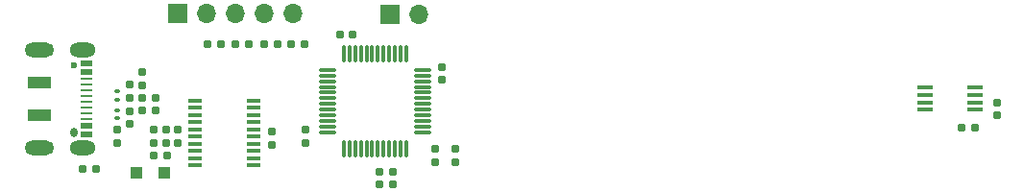
<source format=gbr>
%TF.GenerationSoftware,KiCad,Pcbnew,(6.0.1)*%
%TF.CreationDate,2022-11-23T23:22:51+01:00*%
%TF.ProjectId,usb-magnetometer,7573622d-6d61-4676-9e65-746f6d657465,rev?*%
%TF.SameCoordinates,Original*%
%TF.FileFunction,Soldermask,Top*%
%TF.FilePolarity,Negative*%
%FSLAX46Y46*%
G04 Gerber Fmt 4.6, Leading zero omitted, Abs format (unit mm)*
G04 Created by KiCad (PCBNEW (6.0.1)) date 2022-11-23 23:22:51*
%MOMM*%
%LPD*%
G01*
G04 APERTURE LIST*
G04 Aperture macros list*
%AMRoundRect*
0 Rectangle with rounded corners*
0 $1 Rounding radius*
0 $2 $3 $4 $5 $6 $7 $8 $9 X,Y pos of 4 corners*
0 Add a 4 corners polygon primitive as box body*
4,1,4,$2,$3,$4,$5,$6,$7,$8,$9,$2,$3,0*
0 Add four circle primitives for the rounded corners*
1,1,$1+$1,$2,$3*
1,1,$1+$1,$4,$5*
1,1,$1+$1,$6,$7*
1,1,$1+$1,$8,$9*
0 Add four rect primitives between the rounded corners*
20,1,$1+$1,$2,$3,$4,$5,0*
20,1,$1+$1,$4,$5,$6,$7,0*
20,1,$1+$1,$6,$7,$8,$9,0*
20,1,$1+$1,$8,$9,$2,$3,0*%
G04 Aperture macros list end*
%ADD10RoundRect,0.155000X-0.155000X0.212500X-0.155000X-0.212500X0.155000X-0.212500X0.155000X0.212500X0*%
%ADD11RoundRect,0.160000X-0.160000X0.197500X-0.160000X-0.197500X0.160000X-0.197500X0.160000X0.197500X0*%
%ADD12RoundRect,0.050000X0.200000X-0.100000X0.200000X0.100000X-0.200000X0.100000X-0.200000X-0.100000X0*%
%ADD13RoundRect,0.160000X-0.197500X-0.160000X0.197500X-0.160000X0.197500X0.160000X-0.197500X0.160000X0*%
%ADD14RoundRect,0.075000X0.075000X-0.662500X0.075000X0.662500X-0.075000X0.662500X-0.075000X-0.662500X0*%
%ADD15RoundRect,0.075000X0.662500X-0.075000X0.662500X0.075000X-0.662500X0.075000X-0.662500X-0.075000X0*%
%ADD16RoundRect,0.155000X0.155000X-0.212500X0.155000X0.212500X-0.155000X0.212500X-0.155000X-0.212500X0*%
%ADD17R,1.000000X1.000000*%
%ADD18O,0.600000X0.850000*%
%ADD19C,0.600000*%
%ADD20R,2.000000X1.000000*%
%ADD21R,1.000000X0.520000*%
%ADD22R,1.000000X0.270000*%
%ADD23O,2.600000X1.300000*%
%ADD24O,2.300000X1.300000*%
%ADD25RoundRect,0.155000X0.212500X0.155000X-0.212500X0.155000X-0.212500X-0.155000X0.212500X-0.155000X0*%
%ADD26RoundRect,0.160000X0.197500X0.160000X-0.197500X0.160000X-0.197500X-0.160000X0.197500X-0.160000X0*%
%ADD27RoundRect,0.155000X-0.212500X-0.155000X0.212500X-0.155000X0.212500X0.155000X-0.212500X0.155000X0*%
%ADD28R,1.450000X0.450000*%
%ADD29RoundRect,0.050000X-0.200000X0.100000X-0.200000X-0.100000X0.200000X-0.100000X0.200000X0.100000X0*%
%ADD30R,1.200000X0.400000*%
%ADD31RoundRect,0.160000X0.160000X-0.197500X0.160000X0.197500X-0.160000X0.197500X-0.160000X-0.197500X0*%
%ADD32R,1.700000X1.700000*%
%ADD33O,1.700000X1.700000*%
G04 APERTURE END LIST*
D10*
%TO.C,C7*%
X85600000Y-140282500D03*
X85600000Y-141417500D03*
%TD*%
D11*
%TO.C,R8*%
X85000000Y-147502500D03*
X85000000Y-148697500D03*
%TD*%
D12*
%TO.C,D2*%
X57000000Y-143150000D03*
X57000000Y-142450000D03*
%TD*%
D13*
%TO.C,R3*%
X59202500Y-144100000D03*
X60397500Y-144100000D03*
%TD*%
D14*
%TO.C,U3*%
X76950000Y-147462500D03*
X77450000Y-147462500D03*
X77950000Y-147462500D03*
X78450000Y-147462500D03*
X78950000Y-147462500D03*
X79450000Y-147462500D03*
X79950000Y-147462500D03*
X80450000Y-147462500D03*
X80950000Y-147462500D03*
X81450000Y-147462500D03*
X81950000Y-147462500D03*
X82450000Y-147462500D03*
D15*
X83862500Y-146050000D03*
X83862500Y-145550000D03*
X83862500Y-145050000D03*
X83862500Y-144550000D03*
X83862500Y-144050000D03*
X83862500Y-143550000D03*
X83862500Y-143050000D03*
X83862500Y-142550000D03*
X83862500Y-142050000D03*
X83862500Y-141550000D03*
X83862500Y-141050000D03*
X83862500Y-140550000D03*
D14*
X82450000Y-139137500D03*
X81950000Y-139137500D03*
X81450000Y-139137500D03*
X80950000Y-139137500D03*
X80450000Y-139137500D03*
X79950000Y-139137500D03*
X79450000Y-139137500D03*
X78950000Y-139137500D03*
X78450000Y-139137500D03*
X77950000Y-139137500D03*
X77450000Y-139137500D03*
X76950000Y-139137500D03*
D15*
X75537500Y-140550000D03*
X75537500Y-141050000D03*
X75537500Y-141550000D03*
X75537500Y-142050000D03*
X75537500Y-142550000D03*
X75537500Y-143050000D03*
X75537500Y-143550000D03*
X75537500Y-144050000D03*
X75537500Y-144550000D03*
X75537500Y-145050000D03*
X75537500Y-145550000D03*
X75537500Y-146050000D03*
%TD*%
D16*
%TO.C,C3*%
X58100000Y-143000000D03*
X58100000Y-141865000D03*
%TD*%
D11*
%TO.C,R2*%
X57000000Y-145802500D03*
X57000000Y-146997500D03*
%TD*%
D10*
%TO.C,C5*%
X62300000Y-145832500D03*
X62300000Y-146967500D03*
%TD*%
D17*
%TO.C,D3*%
X58650000Y-149600000D03*
X61150000Y-149600000D03*
%TD*%
D11*
%TO.C,R7*%
X86800000Y-147502500D03*
X86800000Y-148697500D03*
%TD*%
D18*
%TO.C,J1*%
X53200000Y-146100000D03*
D19*
X53200000Y-140100000D03*
D20*
X50100000Y-144500000D03*
X50100000Y-141700000D03*
D21*
X54300000Y-140000000D03*
X54300000Y-140750000D03*
D22*
X54300000Y-141350000D03*
X54300000Y-142850000D03*
X54300000Y-143850000D03*
X54300000Y-144850000D03*
D21*
X54300000Y-145450000D03*
X54300000Y-146200000D03*
X54300000Y-146200000D03*
X54300000Y-145450000D03*
D22*
X54300000Y-144350000D03*
X54300000Y-143350000D03*
X54300000Y-142350000D03*
X54300000Y-141850000D03*
D21*
X54300000Y-140750000D03*
X54300000Y-140000000D03*
D23*
X50100000Y-147420000D03*
D24*
X53925000Y-147420000D03*
D23*
X50100000Y-138780000D03*
D24*
X53925000Y-138780000D03*
%TD*%
D25*
%TO.C,C8*%
X81267500Y-149550000D03*
X80132500Y-149550000D03*
%TD*%
D16*
%TO.C,C12*%
X73600000Y-146967500D03*
X73600000Y-145832500D03*
%TD*%
D26*
%TO.C,L2*%
X55097500Y-149300000D03*
X53902500Y-149300000D03*
%TD*%
D13*
%TO.C,R9*%
X64902500Y-138300000D03*
X66097500Y-138300000D03*
%TD*%
%TO.C,R10*%
X67402500Y-138300000D03*
X68597500Y-138300000D03*
%TD*%
D16*
%TO.C,C4*%
X70600000Y-147135000D03*
X70600000Y-146000000D03*
%TD*%
D27*
%TO.C,C10*%
X76582500Y-137400000D03*
X77717500Y-137400000D03*
%TD*%
D28*
%TO.C,U2*%
X128200000Y-142125000D03*
X128200000Y-142775000D03*
X128200000Y-143425000D03*
X128200000Y-144075000D03*
X132600000Y-144075000D03*
X132600000Y-143425000D03*
X132600000Y-142775000D03*
X132600000Y-142125000D03*
%TD*%
D25*
%TO.C,C11*%
X132567500Y-145600000D03*
X131432500Y-145600000D03*
%TD*%
D29*
%TO.C,D1*%
X57000000Y-144082500D03*
X57000000Y-144782500D03*
%TD*%
D30*
%TO.C,U1*%
X69000000Y-148957500D03*
X69000000Y-148322500D03*
X69000000Y-147687500D03*
X69000000Y-147052500D03*
X69000000Y-146417500D03*
X69000000Y-145782500D03*
X69000000Y-145147500D03*
X69000000Y-144512500D03*
X69000000Y-143877500D03*
X69000000Y-143242500D03*
X63800000Y-143242500D03*
X63800000Y-143877500D03*
X63800000Y-144512500D03*
X63800000Y-145147500D03*
X63800000Y-145782500D03*
X63800000Y-146417500D03*
X63800000Y-147052500D03*
X63800000Y-147687500D03*
X63800000Y-148322500D03*
X63800000Y-148957500D03*
%TD*%
D10*
%TO.C,C6*%
X61300000Y-145832500D03*
X61300000Y-146967500D03*
%TD*%
D31*
%TO.C,R1*%
X59200000Y-141897500D03*
X59200000Y-140702500D03*
%TD*%
D27*
%TO.C,C14*%
X72332500Y-138300000D03*
X73467500Y-138300000D03*
%TD*%
D32*
%TO.C,J2*%
X62325000Y-135600000D03*
D33*
X64865000Y-135600000D03*
X67405000Y-135600000D03*
X69945000Y-135600000D03*
X72485000Y-135600000D03*
%TD*%
D13*
%TO.C,R11*%
X69902500Y-138300000D03*
X71097500Y-138300000D03*
%TD*%
D25*
%TO.C,C13*%
X81267500Y-150600000D03*
X80132500Y-150600000D03*
%TD*%
D32*
%TO.C,J3*%
X81025000Y-135650000D03*
D33*
X83565000Y-135650000D03*
%TD*%
D13*
%TO.C,R4*%
X59202500Y-143032500D03*
X60397500Y-143032500D03*
%TD*%
D16*
%TO.C,C9*%
X134500000Y-144567500D03*
X134500000Y-143432500D03*
%TD*%
D10*
%TO.C,C2*%
X58100000Y-144165000D03*
X58100000Y-145300000D03*
%TD*%
D31*
%TO.C,L1*%
X60200000Y-146997500D03*
X60200000Y-145802500D03*
%TD*%
D27*
%TO.C,C1*%
X60232500Y-148100000D03*
X61367500Y-148100000D03*
%TD*%
M02*

</source>
